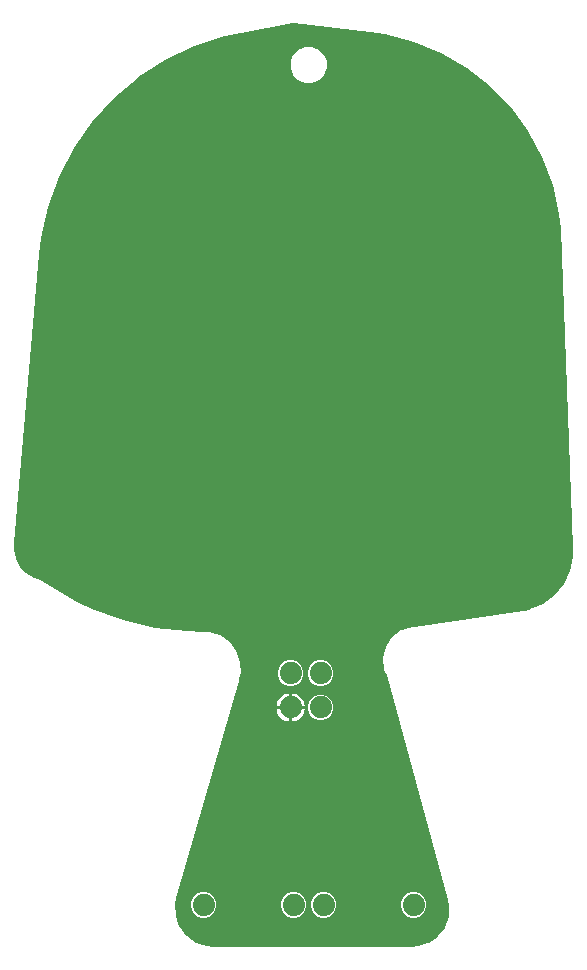
<source format=gtl>
G04 EAGLE Gerber X2 export*
G75*
%MOMM*%
%FSLAX34Y34*%
%LPD*%
%AMOC8*
5,1,8,0,0,1.08239X$1,22.5*%
G01*
%ADD10C,1.879600*%

G36*
X341644Y2544D02*
X341644Y2544D01*
X341681Y2543D01*
X346379Y2900D01*
X346382Y2901D01*
X346385Y2901D01*
X346549Y2933D01*
X355516Y5743D01*
X355545Y5757D01*
X355576Y5764D01*
X355723Y5844D01*
X363440Y11207D01*
X363463Y11229D01*
X363490Y11245D01*
X363607Y11365D01*
X369367Y18790D01*
X369383Y18818D01*
X369404Y18841D01*
X369479Y18991D01*
X372756Y27798D01*
X372762Y27829D01*
X372776Y27858D01*
X372803Y28024D01*
X373296Y37408D01*
X373296Y37410D01*
X373296Y37413D01*
X373286Y37580D01*
X372465Y42216D01*
X372457Y42240D01*
X372450Y42284D01*
X320266Y233011D01*
X320253Y233041D01*
X320223Y233130D01*
X318301Y237294D01*
X317354Y246969D01*
X319638Y256418D01*
X324901Y264591D01*
X332557Y270581D01*
X336183Y271819D01*
X336203Y271830D01*
X336225Y271835D01*
X336311Y271887D01*
X336400Y271935D01*
X336416Y271952D01*
X336435Y271963D01*
X336549Y272086D01*
X336563Y272105D01*
X337307Y272216D01*
X337336Y272225D01*
X337441Y272249D01*
X338153Y272492D01*
X338174Y272481D01*
X338196Y272475D01*
X338215Y272463D01*
X338313Y272439D01*
X338410Y272410D01*
X338432Y272411D01*
X338454Y272405D01*
X338622Y272412D01*
X435555Y286835D01*
X435576Y286842D01*
X435613Y286846D01*
X441512Y288198D01*
X441540Y288210D01*
X441643Y288241D01*
X452756Y293015D01*
X452762Y293019D01*
X452770Y293021D01*
X452914Y293107D01*
X462570Y300391D01*
X462575Y300397D01*
X462582Y300400D01*
X462701Y300518D01*
X470344Y309893D01*
X470347Y309900D01*
X470353Y309905D01*
X470441Y310048D01*
X475629Y320974D01*
X475631Y320981D01*
X475636Y320987D01*
X475687Y321147D01*
X478123Y332995D01*
X478124Y333024D01*
X478138Y333131D01*
X478273Y339188D01*
X478271Y339205D01*
X478273Y339234D01*
X478271Y339292D01*
X478271Y339293D01*
X478221Y340600D01*
X478221Y340601D01*
X467992Y610759D01*
X467987Y610782D01*
X467986Y610823D01*
X466469Y623182D01*
X466462Y623208D01*
X466456Y623258D01*
X460892Y647617D01*
X460879Y647647D01*
X460862Y647717D01*
X452033Y671091D01*
X452017Y671119D01*
X451989Y671186D01*
X440061Y693141D01*
X440041Y693166D01*
X440005Y693229D01*
X425198Y713355D01*
X425175Y713378D01*
X425131Y713434D01*
X407722Y731358D01*
X407696Y731377D01*
X407644Y731427D01*
X387957Y746813D01*
X387929Y746829D01*
X387871Y746871D01*
X366273Y759434D01*
X366243Y759446D01*
X366179Y759480D01*
X343072Y768985D01*
X343040Y768993D01*
X342973Y769018D01*
X318786Y775289D01*
X318759Y775291D01*
X318710Y775305D01*
X306352Y777188D01*
X306342Y777188D01*
X306327Y777192D01*
X241503Y784818D01*
X241472Y784816D01*
X241441Y784823D01*
X241274Y784810D01*
X196579Y776430D01*
X196570Y776427D01*
X196555Y776425D01*
X183316Y773497D01*
X183292Y773487D01*
X183245Y773478D01*
X157469Y765092D01*
X157441Y765077D01*
X157378Y765055D01*
X132897Y753418D01*
X132871Y753400D01*
X132811Y753370D01*
X110034Y738676D01*
X110011Y738655D01*
X109955Y738618D01*
X89261Y721112D01*
X89241Y721088D01*
X89190Y721044D01*
X70924Y701017D01*
X70907Y700991D01*
X70863Y700940D01*
X55329Y678728D01*
X55327Y678723D01*
X55323Y678719D01*
X55311Y678692D01*
X55278Y678644D01*
X42736Y654614D01*
X42726Y654585D01*
X42696Y654525D01*
X33354Y629080D01*
X33348Y629049D01*
X33326Y628986D01*
X27340Y602549D01*
X27339Y602523D01*
X27327Y602477D01*
X25627Y589027D01*
X25627Y589015D01*
X25623Y588996D01*
X4813Y344125D01*
X4813Y344124D01*
X4742Y343295D01*
X4742Y343294D01*
X4697Y342762D01*
X4698Y342742D01*
X4694Y342708D01*
X4640Y338941D01*
X4642Y338929D01*
X4655Y338781D01*
X6129Y331411D01*
X6137Y331389D01*
X6139Y331366D01*
X6200Y331209D01*
X9667Y324540D01*
X9681Y324522D01*
X9690Y324500D01*
X9791Y324366D01*
X14978Y318927D01*
X14997Y318912D01*
X15011Y318894D01*
X15146Y318794D01*
X21642Y315013D01*
X21654Y315009D01*
X21789Y314947D01*
X24668Y314008D01*
X24675Y314006D01*
X24682Y314003D01*
X24796Y313988D01*
X24911Y313970D01*
X24918Y313971D01*
X24926Y313970D01*
X25092Y313994D01*
X25197Y314021D01*
X25687Y313730D01*
X25712Y313720D01*
X25733Y313705D01*
X25891Y313646D01*
X26443Y313508D01*
X26555Y313321D01*
X26623Y313241D01*
X26685Y313159D01*
X26704Y313145D01*
X26714Y313133D01*
X26742Y313117D01*
X26819Y313058D01*
X58313Y294364D01*
X58338Y294354D01*
X58382Y294328D01*
X70822Y288573D01*
X70845Y288567D01*
X70883Y288548D01*
X96818Y279180D01*
X96848Y279174D01*
X96903Y279155D01*
X123746Y272839D01*
X123775Y272837D01*
X123832Y272823D01*
X151224Y269644D01*
X151248Y269645D01*
X151290Y269639D01*
X165078Y269241D01*
X165087Y269242D01*
X165100Y269241D01*
X169958Y269241D01*
X179218Y266293D01*
X187146Y260676D01*
X192998Y252919D01*
X196220Y243752D01*
X196511Y234039D01*
X195176Y229368D01*
X194800Y228053D01*
X142163Y43821D01*
X142160Y43800D01*
X142149Y43764D01*
X141176Y38995D01*
X141176Y38991D01*
X141174Y38987D01*
X141161Y38820D01*
X141451Y29117D01*
X141457Y29084D01*
X141456Y29051D01*
X141494Y28887D01*
X144713Y19730D01*
X144729Y19700D01*
X144738Y19668D01*
X144823Y19524D01*
X150669Y11774D01*
X150693Y11751D01*
X150711Y11723D01*
X150837Y11611D01*
X158758Y6000D01*
X158788Y5985D01*
X158814Y5964D01*
X158967Y5896D01*
X168217Y2951D01*
X168221Y2951D01*
X168224Y2949D01*
X168389Y2918D01*
X173242Y2543D01*
X173264Y2545D01*
X173301Y2541D01*
X341623Y2541D01*
X341644Y2544D01*
G37*
%LPC*%
G36*
X250968Y734059D02*
X250968Y734059D01*
X245367Y736380D01*
X241080Y740667D01*
X238759Y746268D01*
X238759Y752332D01*
X241080Y757933D01*
X245367Y762220D01*
X250968Y764541D01*
X257032Y764541D01*
X262633Y762220D01*
X266920Y757933D01*
X269241Y752332D01*
X269241Y746268D01*
X266920Y740667D01*
X262633Y736380D01*
X257032Y734059D01*
X250968Y734059D01*
G37*
%LPD*%
%LPC*%
G36*
X261987Y223265D02*
X261987Y223265D01*
X257973Y224928D01*
X254900Y228001D01*
X253237Y232015D01*
X253237Y236361D01*
X254900Y240375D01*
X257973Y243448D01*
X261987Y245111D01*
X266333Y245111D01*
X270347Y243448D01*
X273420Y240375D01*
X275083Y236361D01*
X275083Y232015D01*
X273420Y228001D01*
X270347Y224928D01*
X266333Y223265D01*
X261987Y223265D01*
G37*
%LPD*%
%LPC*%
G36*
X236587Y223265D02*
X236587Y223265D01*
X232573Y224928D01*
X229500Y228001D01*
X227837Y232015D01*
X227837Y236361D01*
X229500Y240375D01*
X232573Y243448D01*
X236587Y245111D01*
X240933Y245111D01*
X244947Y243448D01*
X248020Y240375D01*
X249683Y236361D01*
X249683Y232015D01*
X248020Y228001D01*
X244947Y224928D01*
X240933Y223265D01*
X236587Y223265D01*
G37*
%LPD*%
%LPC*%
G36*
X261987Y194309D02*
X261987Y194309D01*
X257973Y195972D01*
X254900Y199045D01*
X253237Y203059D01*
X253237Y207405D01*
X254900Y211419D01*
X257973Y214492D01*
X261987Y216155D01*
X266333Y216155D01*
X270347Y214492D01*
X273420Y211419D01*
X275083Y207405D01*
X275083Y203059D01*
X273420Y199045D01*
X270347Y195972D01*
X266333Y194309D01*
X261987Y194309D01*
G37*
%LPD*%
%LPC*%
G36*
X239127Y27177D02*
X239127Y27177D01*
X235113Y28840D01*
X232040Y31913D01*
X230377Y35927D01*
X230377Y40273D01*
X232040Y44287D01*
X235113Y47360D01*
X239127Y49023D01*
X243473Y49023D01*
X247487Y47360D01*
X250560Y44287D01*
X252223Y40273D01*
X252223Y35927D01*
X250560Y31913D01*
X247487Y28840D01*
X243473Y27177D01*
X239127Y27177D01*
G37*
%LPD*%
%LPC*%
G36*
X162927Y27177D02*
X162927Y27177D01*
X158913Y28840D01*
X155840Y31913D01*
X154177Y35927D01*
X154177Y40273D01*
X155840Y44287D01*
X158913Y47360D01*
X162927Y49023D01*
X167273Y49023D01*
X171287Y47360D01*
X174360Y44287D01*
X176023Y40273D01*
X176023Y35927D01*
X174360Y31913D01*
X171287Y28840D01*
X167273Y27177D01*
X162927Y27177D01*
G37*
%LPD*%
%LPC*%
G36*
X340727Y27177D02*
X340727Y27177D01*
X336713Y28840D01*
X333640Y31913D01*
X331977Y35927D01*
X331977Y40273D01*
X333640Y44287D01*
X336713Y47360D01*
X340727Y49023D01*
X345073Y49023D01*
X349087Y47360D01*
X352160Y44287D01*
X353823Y40273D01*
X353823Y35927D01*
X352160Y31913D01*
X349087Y28840D01*
X345073Y27177D01*
X340727Y27177D01*
G37*
%LPD*%
%LPC*%
G36*
X264527Y27177D02*
X264527Y27177D01*
X260513Y28840D01*
X257440Y31913D01*
X255777Y35927D01*
X255777Y40273D01*
X257440Y44287D01*
X260513Y47360D01*
X264527Y49023D01*
X268873Y49023D01*
X272887Y47360D01*
X275960Y44287D01*
X277623Y40273D01*
X277623Y35927D01*
X275960Y31913D01*
X272887Y28840D01*
X268873Y27177D01*
X264527Y27177D01*
G37*
%LPD*%
%LPC*%
G36*
X240283Y206755D02*
X240283Y206755D01*
X240283Y217078D01*
X241556Y216877D01*
X243343Y216296D01*
X245017Y215443D01*
X246538Y214338D01*
X247866Y213010D01*
X248971Y211489D01*
X249824Y209815D01*
X250405Y208028D01*
X250606Y206755D01*
X240283Y206755D01*
G37*
%LPD*%
%LPC*%
G36*
X226914Y206755D02*
X226914Y206755D01*
X227115Y208028D01*
X227696Y209815D01*
X228549Y211489D01*
X229654Y213010D01*
X230982Y214338D01*
X232503Y215443D01*
X234177Y216296D01*
X235964Y216877D01*
X237237Y217078D01*
X237237Y206755D01*
X226914Y206755D01*
G37*
%LPD*%
%LPC*%
G36*
X240283Y203709D02*
X240283Y203709D01*
X250606Y203709D01*
X250405Y202436D01*
X249824Y200649D01*
X248971Y198975D01*
X247866Y197454D01*
X246538Y196126D01*
X245017Y195021D01*
X243343Y194168D01*
X241556Y193587D01*
X240283Y193386D01*
X240283Y203709D01*
G37*
%LPD*%
%LPC*%
G36*
X235964Y193587D02*
X235964Y193587D01*
X234177Y194168D01*
X232503Y195021D01*
X230982Y196126D01*
X229654Y197454D01*
X228549Y198975D01*
X227696Y200649D01*
X227115Y202436D01*
X226914Y203709D01*
X237237Y203709D01*
X237237Y193386D01*
X235964Y193587D01*
G37*
%LPD*%
%LPC*%
G36*
X238759Y205231D02*
X238759Y205231D01*
X238759Y205233D01*
X238761Y205233D01*
X238761Y205231D01*
X238759Y205231D01*
G37*
%LPD*%
D10*
X238760Y234188D03*
X238760Y205232D03*
X264160Y234188D03*
X264160Y205232D03*
X342900Y38100D03*
X266700Y38100D03*
X165100Y38100D03*
X241300Y38100D03*
M02*

</source>
